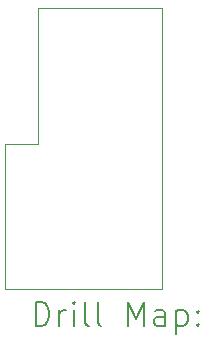
<source format=gbr>
%TF.GenerationSoftware,KiCad,Pcbnew,7.0.11*%
%TF.CreationDate,2025-12-11T10:01:51-05:00*%
%TF.ProjectId,clock_hbridge_fix,636c6f63-6b5f-4686-9272-696467655f66,rev?*%
%TF.SameCoordinates,Original*%
%TF.FileFunction,Drillmap*%
%TF.FilePolarity,Positive*%
%FSLAX45Y45*%
G04 Gerber Fmt 4.5, Leading zero omitted, Abs format (unit mm)*
G04 Created by KiCad (PCBNEW 7.0.11) date 2025-12-11 10:01:51*
%MOMM*%
%LPD*%
G01*
G04 APERTURE LIST*
%ADD10C,0.050000*%
%ADD11C,0.200000*%
G04 APERTURE END LIST*
D10*
X3025000Y-1650000D02*
X1975000Y-1650000D01*
X3025000Y-4025000D02*
X3025000Y-1650000D01*
X1700000Y-4025000D02*
X3025000Y-4025000D01*
X1700000Y-2800000D02*
X1700000Y-4025000D01*
X1975000Y-2800000D02*
X1700000Y-2800000D01*
X1975000Y-1650000D02*
X1975000Y-2800000D01*
D11*
X1958277Y-4338984D02*
X1958277Y-4138984D01*
X1958277Y-4138984D02*
X2005896Y-4138984D01*
X2005896Y-4138984D02*
X2034467Y-4148508D01*
X2034467Y-4148508D02*
X2053515Y-4167555D01*
X2053515Y-4167555D02*
X2063039Y-4186603D01*
X2063039Y-4186603D02*
X2072562Y-4224698D01*
X2072562Y-4224698D02*
X2072562Y-4253270D01*
X2072562Y-4253270D02*
X2063039Y-4291365D01*
X2063039Y-4291365D02*
X2053515Y-4310412D01*
X2053515Y-4310412D02*
X2034467Y-4329460D01*
X2034467Y-4329460D02*
X2005896Y-4338984D01*
X2005896Y-4338984D02*
X1958277Y-4338984D01*
X2158277Y-4338984D02*
X2158277Y-4205650D01*
X2158277Y-4243746D02*
X2167801Y-4224698D01*
X2167801Y-4224698D02*
X2177324Y-4215174D01*
X2177324Y-4215174D02*
X2196372Y-4205650D01*
X2196372Y-4205650D02*
X2215420Y-4205650D01*
X2282086Y-4338984D02*
X2282086Y-4205650D01*
X2282086Y-4138984D02*
X2272563Y-4148508D01*
X2272563Y-4148508D02*
X2282086Y-4158031D01*
X2282086Y-4158031D02*
X2291610Y-4148508D01*
X2291610Y-4148508D02*
X2282086Y-4138984D01*
X2282086Y-4138984D02*
X2282086Y-4158031D01*
X2405896Y-4338984D02*
X2386848Y-4329460D01*
X2386848Y-4329460D02*
X2377324Y-4310412D01*
X2377324Y-4310412D02*
X2377324Y-4138984D01*
X2510658Y-4338984D02*
X2491610Y-4329460D01*
X2491610Y-4329460D02*
X2482086Y-4310412D01*
X2482086Y-4310412D02*
X2482086Y-4138984D01*
X2739229Y-4338984D02*
X2739229Y-4138984D01*
X2739229Y-4138984D02*
X2805896Y-4281841D01*
X2805896Y-4281841D02*
X2872562Y-4138984D01*
X2872562Y-4138984D02*
X2872562Y-4338984D01*
X3053515Y-4338984D02*
X3053515Y-4234222D01*
X3053515Y-4234222D02*
X3043991Y-4215174D01*
X3043991Y-4215174D02*
X3024943Y-4205650D01*
X3024943Y-4205650D02*
X2986848Y-4205650D01*
X2986848Y-4205650D02*
X2967801Y-4215174D01*
X3053515Y-4329460D02*
X3034467Y-4338984D01*
X3034467Y-4338984D02*
X2986848Y-4338984D01*
X2986848Y-4338984D02*
X2967801Y-4329460D01*
X2967801Y-4329460D02*
X2958277Y-4310412D01*
X2958277Y-4310412D02*
X2958277Y-4291365D01*
X2958277Y-4291365D02*
X2967801Y-4272317D01*
X2967801Y-4272317D02*
X2986848Y-4262793D01*
X2986848Y-4262793D02*
X3034467Y-4262793D01*
X3034467Y-4262793D02*
X3053515Y-4253270D01*
X3148753Y-4205650D02*
X3148753Y-4405650D01*
X3148753Y-4215174D02*
X3167801Y-4205650D01*
X3167801Y-4205650D02*
X3205896Y-4205650D01*
X3205896Y-4205650D02*
X3224943Y-4215174D01*
X3224943Y-4215174D02*
X3234467Y-4224698D01*
X3234467Y-4224698D02*
X3243991Y-4243746D01*
X3243991Y-4243746D02*
X3243991Y-4300889D01*
X3243991Y-4300889D02*
X3234467Y-4319936D01*
X3234467Y-4319936D02*
X3224943Y-4329460D01*
X3224943Y-4329460D02*
X3205896Y-4338984D01*
X3205896Y-4338984D02*
X3167801Y-4338984D01*
X3167801Y-4338984D02*
X3148753Y-4329460D01*
X3329705Y-4319936D02*
X3339229Y-4329460D01*
X3339229Y-4329460D02*
X3329705Y-4338984D01*
X3329705Y-4338984D02*
X3320182Y-4329460D01*
X3320182Y-4329460D02*
X3329705Y-4319936D01*
X3329705Y-4319936D02*
X3329705Y-4338984D01*
X3329705Y-4215174D02*
X3339229Y-4224698D01*
X3339229Y-4224698D02*
X3329705Y-4234222D01*
X3329705Y-4234222D02*
X3320182Y-4224698D01*
X3320182Y-4224698D02*
X3329705Y-4215174D01*
X3329705Y-4215174D02*
X3329705Y-4234222D01*
M02*

</source>
